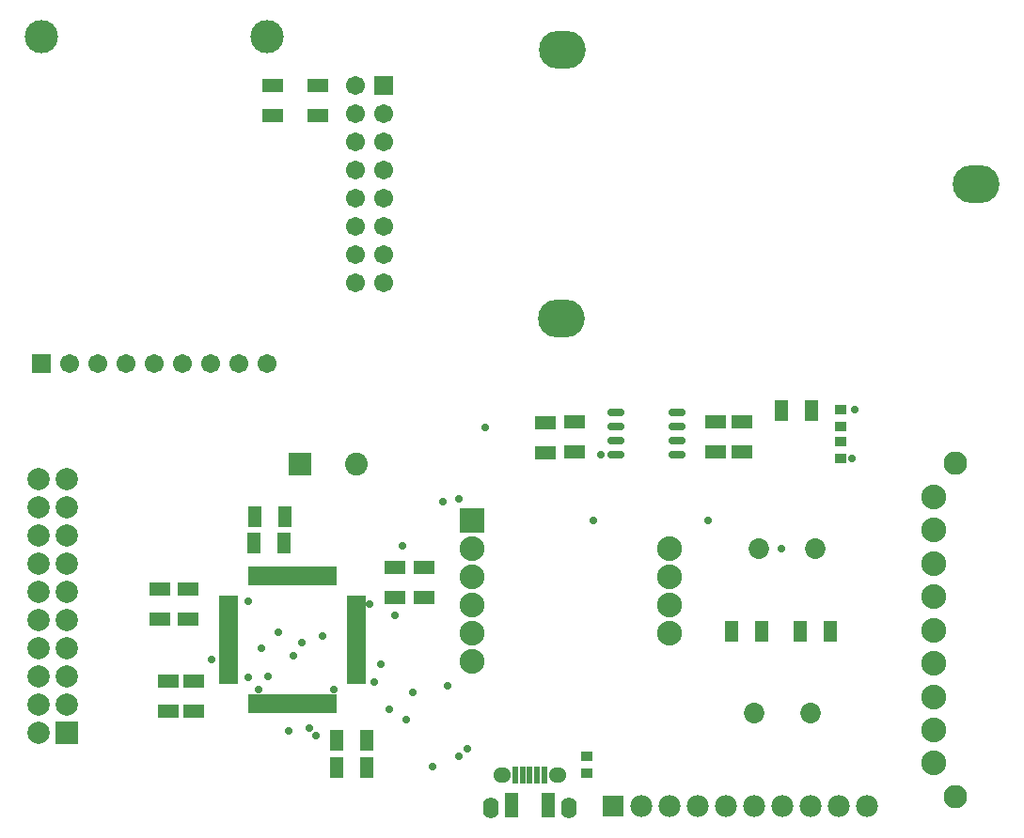
<source format=gts>
G04*
G04 #@! TF.GenerationSoftware,Altium Limited,Altium Designer,19.1.5 (86)*
G04*
G04 Layer_Color=8388736*
%FSLAX25Y25*%
%MOIN*%
G70*
G01*
G75*
%ADD25R,0.06607X0.01981*%
%ADD26R,0.01981X0.06607*%
%ADD27O,0.06109X0.02762*%
%ADD28R,0.05131X0.07493*%
%ADD29R,0.05131X0.09068*%
%ADD30R,0.02375X0.06115*%
%ADD31R,0.04343X0.03556*%
%ADD32R,0.07493X0.05131*%
%ADD33C,0.07296*%
%ADD34C,0.08800*%
%ADD35C,0.08300*%
%ADD36R,0.07887X0.07887*%
%ADD37C,0.07887*%
%ADD38C,0.08083*%
%ADD39R,0.08083X0.08083*%
%ADD40R,0.08800X0.08800*%
%ADD41O,0.05524X0.07493*%
%ADD42O,0.06312X0.05328*%
%ADD43C,0.07800*%
%ADD44R,0.07800X0.07800*%
%ADD45C,0.11800*%
%ADD46C,0.06706*%
%ADD47R,0.06706X0.06706*%
%ADD48R,0.06706X0.06706*%
%ADD49O,0.16548X0.13398*%
%ADD50C,0.02800*%
D25*
X464097Y255024D02*
D03*
Y253056D02*
D03*
Y251087D02*
D03*
Y249119D02*
D03*
Y247150D02*
D03*
Y245182D02*
D03*
Y243213D02*
D03*
Y241245D02*
D03*
Y239276D02*
D03*
Y237308D02*
D03*
Y235339D02*
D03*
Y233371D02*
D03*
Y231402D02*
D03*
Y229434D02*
D03*
Y227465D02*
D03*
Y225497D02*
D03*
X418916D02*
D03*
Y227465D02*
D03*
Y229434D02*
D03*
Y231402D02*
D03*
Y233371D02*
D03*
Y235339D02*
D03*
Y237308D02*
D03*
Y239276D02*
D03*
Y241245D02*
D03*
Y243213D02*
D03*
Y245182D02*
D03*
Y247150D02*
D03*
Y249119D02*
D03*
Y251087D02*
D03*
Y253056D02*
D03*
Y255024D02*
D03*
D26*
X456270Y217670D02*
D03*
X454302D02*
D03*
X452333D02*
D03*
X450365D02*
D03*
X448396D02*
D03*
X446428D02*
D03*
X444459D02*
D03*
X442491D02*
D03*
X440522D02*
D03*
X438554D02*
D03*
X436585D02*
D03*
X434617D02*
D03*
X432648D02*
D03*
X430680D02*
D03*
X428711D02*
D03*
X426743D02*
D03*
Y262851D02*
D03*
X428711D02*
D03*
X430680D02*
D03*
X432648D02*
D03*
X434617D02*
D03*
X436585D02*
D03*
X438554D02*
D03*
X440522D02*
D03*
X442491D02*
D03*
X444459D02*
D03*
X446428D02*
D03*
X448396D02*
D03*
X450365D02*
D03*
X452333D02*
D03*
X454302D02*
D03*
X456270D02*
D03*
D27*
X577800Y320900D02*
D03*
Y315900D02*
D03*
Y310900D02*
D03*
Y305900D02*
D03*
X556343D02*
D03*
Y310900D02*
D03*
Y315900D02*
D03*
Y320900D02*
D03*
D28*
X467885Y204820D02*
D03*
X457255D02*
D03*
X614885Y321700D02*
D03*
X625515D02*
D03*
X438599Y274776D02*
D03*
X427969D02*
D03*
X438799Y283876D02*
D03*
X428169D02*
D03*
X457255Y195076D02*
D03*
X467885D02*
D03*
X597185Y243200D02*
D03*
X607815D02*
D03*
X632115D02*
D03*
X621485D02*
D03*
D29*
X519104Y181609D02*
D03*
X532096D02*
D03*
D30*
X525600Y192239D02*
D03*
X530718D02*
D03*
X528159D02*
D03*
X523041D02*
D03*
X520482D02*
D03*
D31*
X635800Y321853D02*
D03*
Y315947D02*
D03*
X545700Y199053D02*
D03*
Y193147D02*
D03*
X635900Y310553D02*
D03*
Y304647D02*
D03*
D32*
X404484Y258371D02*
D03*
Y247741D02*
D03*
X394584Y258371D02*
D03*
Y247741D02*
D03*
X406584Y225691D02*
D03*
Y215061D02*
D03*
X397384Y225591D02*
D03*
Y214961D02*
D03*
X477784Y255430D02*
D03*
Y266060D02*
D03*
X488184Y255461D02*
D03*
Y266091D02*
D03*
X434600Y437015D02*
D03*
Y426385D02*
D03*
X450400Y437015D02*
D03*
Y426385D02*
D03*
X591500Y317700D02*
D03*
Y307070D02*
D03*
X600700Y317615D02*
D03*
Y306985D02*
D03*
X541386Y317515D02*
D03*
Y306885D02*
D03*
X531086Y317315D02*
D03*
Y306685D02*
D03*
D33*
X606800Y272800D02*
D03*
X626800D02*
D03*
X605200Y214347D02*
D03*
X625200D02*
D03*
D34*
X668800Y291022D02*
D03*
Y279211D02*
D03*
Y267400D02*
D03*
Y255589D02*
D03*
Y243778D02*
D03*
Y231967D02*
D03*
Y220156D02*
D03*
Y208345D02*
D03*
Y196534D02*
D03*
X505100Y272500D02*
D03*
Y262500D02*
D03*
Y252500D02*
D03*
Y242500D02*
D03*
Y232500D02*
D03*
X575100Y272500D02*
D03*
Y262500D02*
D03*
Y252500D02*
D03*
Y242500D02*
D03*
D35*
X676517Y184723D02*
D03*
Y302833D02*
D03*
D36*
X361500Y207300D02*
D03*
D37*
X351500D02*
D03*
X361500Y217300D02*
D03*
X351500D02*
D03*
X361500Y227300D02*
D03*
X351500D02*
D03*
X361500Y237300D02*
D03*
X351500D02*
D03*
X361500Y247300D02*
D03*
X351500D02*
D03*
X361500Y257300D02*
D03*
X351500D02*
D03*
X361500Y267300D02*
D03*
X351500D02*
D03*
X361500Y277300D02*
D03*
X351500D02*
D03*
X361500Y287300D02*
D03*
X351500D02*
D03*
X361500Y297300D02*
D03*
X351500D02*
D03*
D38*
X464302Y302691D02*
D03*
D39*
X444302D02*
D03*
D40*
X505100Y282500D02*
D03*
D41*
X539380Y180821D02*
D03*
X511821D02*
D03*
D42*
X535442Y192239D02*
D03*
X515758D02*
D03*
D43*
X645200Y181200D02*
D03*
X635200D02*
D03*
X625200D02*
D03*
X615200D02*
D03*
X605200D02*
D03*
X595200D02*
D03*
X585200D02*
D03*
X575200D02*
D03*
X565200D02*
D03*
D44*
X555200D02*
D03*
D45*
X432400Y454300D02*
D03*
X352400D02*
D03*
D46*
X372400Y338300D02*
D03*
X432400D02*
D03*
X422400D02*
D03*
X412400D02*
D03*
X402400D02*
D03*
X392400D02*
D03*
X382400D02*
D03*
X362400D02*
D03*
X463980Y366942D02*
D03*
X473980D02*
D03*
X463980Y376942D02*
D03*
X473980D02*
D03*
X463980Y386942D02*
D03*
X473980D02*
D03*
X463980Y396942D02*
D03*
X473980D02*
D03*
X463980Y406942D02*
D03*
X473980D02*
D03*
X463980Y416942D02*
D03*
X473980D02*
D03*
X463980Y426942D02*
D03*
X473980D02*
D03*
X463980Y436942D02*
D03*
D47*
X352400Y338300D02*
D03*
D48*
X473980Y436942D02*
D03*
D49*
X537327Y449527D02*
D03*
X536972Y354362D02*
D03*
X684000Y402000D02*
D03*
D50*
X500500Y290300D02*
D03*
X480400Y273600D02*
D03*
X494800Y289400D02*
D03*
X509800Y315800D02*
D03*
X473000Y231700D02*
D03*
X456270Y222728D02*
D03*
X429411D02*
D03*
X450000Y206200D02*
D03*
X430412Y237308D02*
D03*
X425900Y226927D02*
D03*
Y254100D02*
D03*
X444836Y239441D02*
D03*
X432700Y227300D02*
D03*
X413000Y233400D02*
D03*
X452342Y241796D02*
D03*
X481800Y212027D02*
D03*
X468793Y253056D02*
D03*
X441911Y234500D02*
D03*
X440240Y208050D02*
D03*
X447384Y209100D02*
D03*
X484300Y221500D02*
D03*
X491100Y195300D02*
D03*
X436419Y243047D02*
D03*
X475700Y215700D02*
D03*
X470411Y225426D02*
D03*
X477784Y249119D02*
D03*
X639922Y304647D02*
D03*
X640957Y321853D02*
D03*
X588700Y282800D02*
D03*
X548100Y282500D02*
D03*
X551000Y305900D02*
D03*
X503600Y201800D02*
D03*
X500500Y199100D02*
D03*
X614800Y272800D02*
D03*
X496500Y224100D02*
D03*
M02*

</source>
